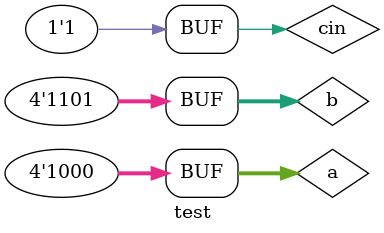
<source format=v>
`timescale 1ns / 1ps


module test;

	// Inputs
	reg [3:0] a;
	reg [3:0] b;
	reg cin;

	// Outputs
	wire [3:0] sum;
	wire cout;

	// Instantiate the Unit Under Test (UUT)
	myadd uut (
		.a(a), 
		.b(b), 
		.cin(cin), 
		.sum(sum), 
		.cout(cout)
	);

	initial begin
		// Initialize Inputs
		a = 0;
		b = 0;
		cin = 0;

		// Wait 100 ns for global reset to finish
		#100;
		a = 15;
		b = 15;
		cin = 0;
		
		#20;
		a = 7;
		b = 11;
		cin = 0;
		
		#20;
		a = 14;
		b = 9;
		cin = 0;
		
		#20;
		a = 2;
		b = 6;
		cin = 0;
		
		#20;
		a = 15;
		b = 15;
		cin = 1;
		
		#20;
		a = 5;
		b = 4;
		cin = 1;
		
		#20;
		a = 12;
		b = 13;
		cin = 1;
		
		#20;
		a = 1;
		b = 5;
		cin = 1;
		
		#20;
		a = 8;
		b = 13;
		cin = 1;
        
		// Add stimulus here

	end
      
endmodule


</source>
